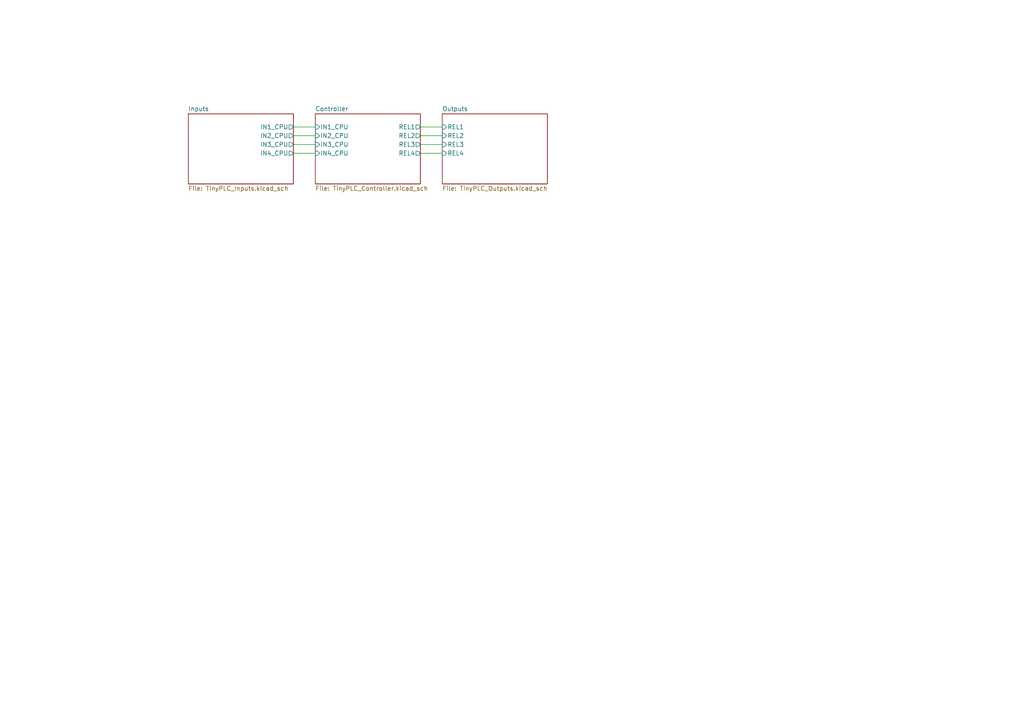
<source format=kicad_sch>
(kicad_sch
	(version 20250114)
	(generator "eeschema")
	(generator_version "9.0")
	(uuid "ada016db-090f-4a32-acd7-50723e9f8701")
	(paper "A4")
	(lib_symbols)
	(wire
		(pts
			(xy 121.92 36.83) (xy 128.27 36.83)
		)
		(stroke
			(width 0)
			(type default)
		)
		(uuid "1b70096c-5d2e-4ea3-80de-d59ceb414386")
	)
	(wire
		(pts
			(xy 85.09 36.83) (xy 91.44 36.83)
		)
		(stroke
			(width 0)
			(type default)
		)
		(uuid "4fe1e281-2a3f-4a12-b2c9-fe9cf80a24d0")
	)
	(wire
		(pts
			(xy 85.09 41.91) (xy 91.44 41.91)
		)
		(stroke
			(width 0)
			(type default)
		)
		(uuid "710f21fb-77eb-4d08-b3b2-a35a3d214e8c")
	)
	(wire
		(pts
			(xy 121.92 39.37) (xy 128.27 39.37)
		)
		(stroke
			(width 0)
			(type default)
		)
		(uuid "9ccf341a-d95f-4f85-b893-ef69a0c40bdd")
	)
	(wire
		(pts
			(xy 85.09 44.45) (xy 91.44 44.45)
		)
		(stroke
			(width 0)
			(type default)
		)
		(uuid "ab530726-9237-4d5e-a44e-ec1f81e8d292")
	)
	(wire
		(pts
			(xy 85.09 39.37) (xy 91.44 39.37)
		)
		(stroke
			(width 0)
			(type default)
		)
		(uuid "c9ab5b21-a9fe-4ff8-bdc4-8dd1d373b196")
	)
	(wire
		(pts
			(xy 121.92 44.45) (xy 128.27 44.45)
		)
		(stroke
			(width 0)
			(type default)
		)
		(uuid "e793464c-7c4e-4d74-9388-9ebeac194f6e")
	)
	(wire
		(pts
			(xy 121.92 41.91) (xy 128.27 41.91)
		)
		(stroke
			(width 0)
			(type default)
		)
		(uuid "fc1b6f40-2cd3-44e1-a9e7-b6525362f25c")
	)
	(sheet
		(at 54.61 33.02)
		(size 30.48 20.32)
		(exclude_from_sim no)
		(in_bom yes)
		(on_board yes)
		(dnp no)
		(fields_autoplaced yes)
		(stroke
			(width 0.1524)
			(type solid)
		)
		(fill
			(color 0 0 0 0.0000)
		)
		(uuid "42666c88-3bf7-4126-b910-7303b96f4d82")
		(property "Sheetname" "Inputs"
			(at 54.61 32.3084 0)
			(effects
				(font
					(size 1.27 1.27)
				)
				(justify left bottom)
			)
		)
		(property "Sheetfile" "TinyPLC_Inputs.kicad_sch"
			(at 54.61 53.9246 0)
			(effects
				(font
					(size 1.27 1.27)
				)
				(justify left top)
			)
		)
		(pin "IN1_CPU" output
			(at 85.09 36.83 0)
			(uuid "d476a8d7-2ec1-49a6-b556-4858acd9b4ed")
			(effects
				(font
					(size 1.27 1.27)
				)
				(justify right)
			)
		)
		(pin "IN2_CPU" output
			(at 85.09 39.37 0)
			(uuid "faec1e7d-1392-48fb-8e25-8de4d633c2ae")
			(effects
				(font
					(size 1.27 1.27)
				)
				(justify right)
			)
		)
		(pin "IN3_CPU" output
			(at 85.09 41.91 0)
			(uuid "e2cd9d05-e8d0-4f85-86db-5c81211a5ea9")
			(effects
				(font
					(size 1.27 1.27)
				)
				(justify right)
			)
		)
		(pin "IN4_CPU" output
			(at 85.09 44.45 0)
			(uuid "f70dcda5-8ffb-4c22-a413-b4e23e120caf")
			(effects
				(font
					(size 1.27 1.27)
				)
				(justify right)
			)
		)
		(instances
			(project "TinyPLC"
				(path "/ada016db-090f-4a32-acd7-50723e9f8701"
					(page "3")
				)
			)
		)
	)
	(sheet
		(at 91.44 33.02)
		(size 30.48 20.32)
		(exclude_from_sim no)
		(in_bom yes)
		(on_board yes)
		(dnp no)
		(fields_autoplaced yes)
		(stroke
			(width 0.1524)
			(type solid)
		)
		(fill
			(color 0 0 0 0.0000)
		)
		(uuid "85bf5c46-9ced-4672-9379-7fe906ccef4b")
		(property "Sheetname" "Controller"
			(at 91.44 32.3084 0)
			(effects
				(font
					(size 1.27 1.27)
				)
				(justify left bottom)
			)
		)
		(property "Sheetfile" "TinyPLC_Controller.kicad_sch"
			(at 91.44 53.9246 0)
			(effects
				(font
					(size 1.27 1.27)
				)
				(justify left top)
			)
		)
		(pin "IN1_CPU" input
			(at 91.44 36.83 180)
			(uuid "192e6767-3520-4fce-8dca-b690cce60acf")
			(effects
				(font
					(size 1.27 1.27)
				)
				(justify left)
			)
		)
		(pin "IN2_CPU" input
			(at 91.44 39.37 180)
			(uuid "ea17f785-f8fe-45a5-8ba6-fadff7a28a98")
			(effects
				(font
					(size 1.27 1.27)
				)
				(justify left)
			)
		)
		(pin "IN3_CPU" input
			(at 91.44 41.91 180)
			(uuid "21cb4ffc-bef2-4d55-aa90-f141d942c7f4")
			(effects
				(font
					(size 1.27 1.27)
				)
				(justify left)
			)
		)
		(pin "IN4_CPU" input
			(at 91.44 44.45 180)
			(uuid "bbb383a8-2868-440f-a7b7-8a77247cbde0")
			(effects
				(font
					(size 1.27 1.27)
				)
				(justify left)
			)
		)
		(pin "REL1" output
			(at 121.92 36.83 0)
			(uuid "068db71d-47c0-4934-a140-11199e363e79")
			(effects
				(font
					(size 1.27 1.27)
				)
				(justify right)
			)
		)
		(pin "REL2" output
			(at 121.92 39.37 0)
			(uuid "03ef0d21-8fa2-4c6a-bc84-f7b2ec26af50")
			(effects
				(font
					(size 1.27 1.27)
				)
				(justify right)
			)
		)
		(pin "REL3" output
			(at 121.92 41.91 0)
			(uuid "aa83fe26-7920-4d1a-b23b-289722e6f144")
			(effects
				(font
					(size 1.27 1.27)
				)
				(justify right)
			)
		)
		(pin "REL4" output
			(at 121.92 44.45 0)
			(uuid "364856c1-00c9-4e1b-a17b-a225bbbcd890")
			(effects
				(font
					(size 1.27 1.27)
				)
				(justify right)
			)
		)
		(instances
			(project "TinyPLC"
				(path "/ada016db-090f-4a32-acd7-50723e9f8701"
					(page "4")
				)
			)
		)
	)
	(sheet
		(at 128.27 33.02)
		(size 30.48 20.32)
		(exclude_from_sim no)
		(in_bom yes)
		(on_board yes)
		(dnp no)
		(fields_autoplaced yes)
		(stroke
			(width 0.1524)
			(type solid)
		)
		(fill
			(color 0 0 0 0.0000)
		)
		(uuid "b627cc62-0a75-4fb0-a84f-3edf2b7b280d")
		(property "Sheetname" "Outputs"
			(at 128.27 32.3084 0)
			(effects
				(font
					(size 1.27 1.27)
				)
				(justify left bottom)
			)
		)
		(property "Sheetfile" "TinyPLC_Outputs.kicad_sch"
			(at 128.27 53.9246 0)
			(effects
				(font
					(size 1.27 1.27)
				)
				(justify left top)
			)
		)
		(pin "REL1" input
			(at 128.27 36.83 180)
			(uuid "a518df85-e0e4-4a5a-8aea-b043f6ca220a")
			(effects
				(font
					(size 1.27 1.27)
				)
				(justify left)
			)
		)
		(pin "REL2" input
			(at 128.27 39.37 180)
			(uuid "92321bd9-6ba8-4d8f-913c-987687a717f6")
			(effects
				(font
					(size 1.27 1.27)
				)
				(justify left)
			)
		)
		(pin "REL3" input
			(at 128.27 41.91 180)
			(uuid "ecf6e5e3-2716-4ef8-b550-2798451e7d01")
			(effects
				(font
					(size 1.27 1.27)
				)
				(justify left)
			)
		)
		(pin "REL4" input
			(at 128.27 44.45 180)
			(uuid "0b1ea9df-6e5d-406e-a546-45caaeb2e20b")
			(effects
				(font
					(size 1.27 1.27)
				)
				(justify left)
			)
		)
		(instances
			(project "TinyPLC"
				(path "/ada016db-090f-4a32-acd7-50723e9f8701"
					(page "2")
				)
			)
		)
	)
	(sheet_instances
		(path "/"
			(page "1")
		)
	)
	(embedded_fonts no)
)

</source>
